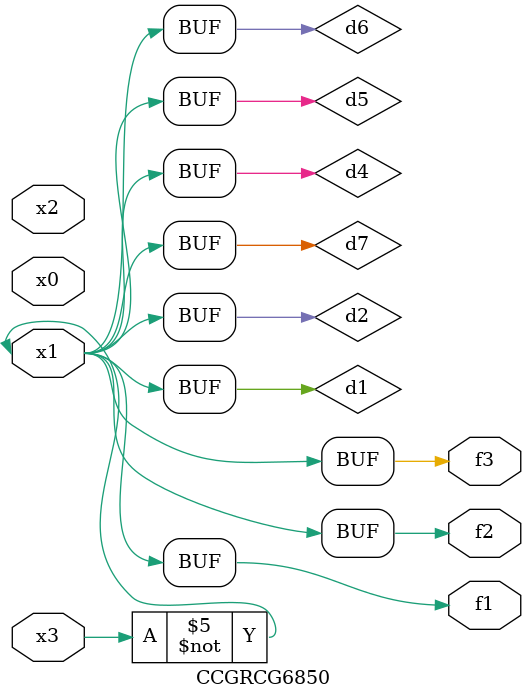
<source format=v>
module CCGRCG6850(
	input x0, x1, x2, x3,
	output f1, f2, f3
);

	wire d1, d2, d3, d4, d5, d6, d7;

	not (d1, x3);
	buf (d2, x1);
	xnor (d3, d1, d2);
	nor (d4, d1);
	buf (d5, d1, d2);
	buf (d6, d4, d5);
	nand (d7, d4);
	assign f1 = d6;
	assign f2 = d7;
	assign f3 = d6;
endmodule

</source>
